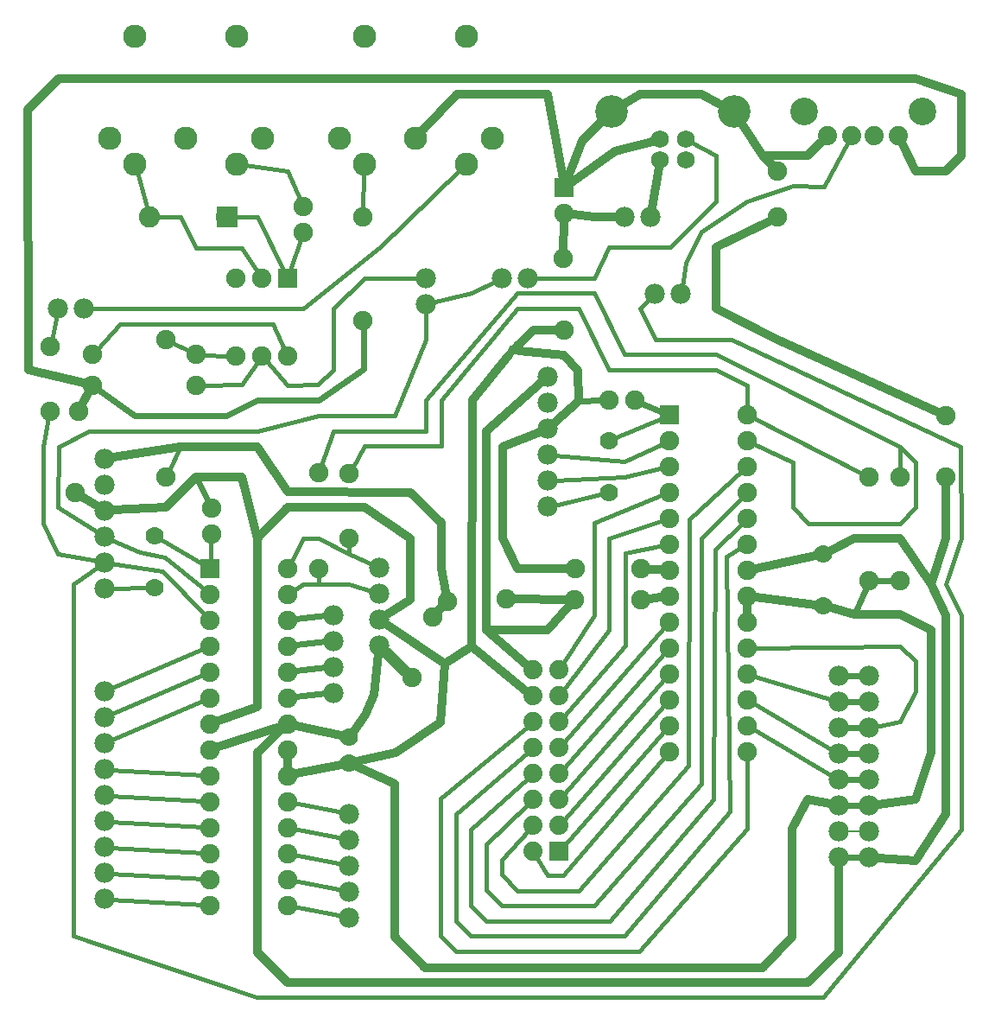
<source format=gbl>
G04 MADE WITH FRITZING*
G04 WWW.FRITZING.ORG*
G04 DOUBLE SIDED*
G04 HOLES PLATED*
G04 CONTOUR ON CENTER OF CONTOUR VECTOR*
%ASAXBY*%
%FSLAX23Y23*%
%MOIN*%
%OFA0B0*%
%SFA1.0B1.0*%
%ADD10C,0.075000*%
%ADD11C,0.078000*%
%ADD12C,0.039370*%
%ADD13C,0.068000*%
%ADD14C,0.126000*%
%ADD15C,0.074000*%
%ADD16C,0.106614*%
%ADD17C,0.082000*%
%ADD18C,0.070000*%
%ADD19C,0.090000*%
%ADD20R,0.075000X0.075000*%
%ADD21R,0.082000X0.082000*%
%ADD22R,0.074000X0.074000*%
%ADD23C,0.032000*%
%ADD24C,0.016000*%
%ADD25C,0.024000*%
%ADD26C,0.008000*%
%ADD27C,0.048000*%
%LNCOPPER0*%
G90*
G70*
G54D10*
X2255Y1764D03*
X2509Y1762D03*
X2251Y1644D03*
X2509Y1644D03*
G54D11*
X437Y1290D03*
X437Y1190D03*
X437Y1090D03*
X437Y990D03*
X437Y890D03*
X437Y790D03*
X437Y690D03*
X437Y590D03*
X437Y490D03*
X1382Y817D03*
X1382Y717D03*
X1382Y617D03*
X1382Y517D03*
X1382Y417D03*
G54D10*
X1762Y1638D03*
X1987Y1646D03*
X1264Y1762D03*
X1264Y2134D03*
X1382Y1880D03*
X1382Y2130D03*
G54D11*
X2445Y3120D03*
X2545Y3120D03*
X1323Y1585D03*
X1323Y1485D03*
X1323Y1385D03*
X1323Y1285D03*
G54D10*
X228Y2371D03*
X230Y2619D03*
X2209Y2960D03*
X2211Y2684D03*
G54D12*
X2014Y2606D03*
G54D10*
X3685Y2353D03*
X3685Y2117D03*
X3036Y3298D03*
X3036Y3120D03*
X674Y2117D03*
X674Y2648D03*
X338Y2371D03*
X324Y2057D03*
X1624Y1343D03*
X1706Y1576D03*
G54D13*
X2583Y3341D03*
X2681Y3341D03*
X2681Y3419D03*
X2583Y3419D03*
G54D14*
X2395Y3526D03*
X2869Y3526D03*
G54D15*
X3503Y3432D03*
X3410Y3432D03*
X3321Y3432D03*
X3228Y3432D03*
G54D16*
X3137Y3526D03*
X3594Y3526D03*
G54D11*
X1678Y2884D03*
X1678Y2784D03*
X260Y2766D03*
X360Y2766D03*
G54D10*
X1146Y2884D03*
X1146Y2584D03*
X1046Y2884D03*
X1046Y2584D03*
X946Y2884D03*
X946Y2584D03*
G54D17*
X910Y3120D03*
X612Y3120D03*
G54D11*
X1973Y2884D03*
X2073Y2884D03*
X2563Y2825D03*
X2663Y2825D03*
G54D18*
X1382Y1113D03*
X1382Y1012D03*
X3213Y1821D03*
X3213Y1621D03*
G54D19*
X752Y3424D03*
X458Y3424D03*
X1049Y3424D03*
X949Y3325D03*
X555Y3325D03*
X949Y3817D03*
X555Y3817D03*
X1638Y3424D03*
X1344Y3424D03*
X1935Y3424D03*
X1835Y3325D03*
X1441Y3325D03*
X1835Y3817D03*
X1441Y3817D03*
G54D10*
X1436Y3120D03*
X1436Y2720D03*
G54D11*
X437Y2187D03*
X437Y2087D03*
X437Y1987D03*
X437Y1887D03*
X437Y1787D03*
X437Y1687D03*
X2150Y2502D03*
X2150Y2402D03*
X2150Y2302D03*
X2150Y2202D03*
X2150Y2102D03*
X2150Y2002D03*
G54D18*
X631Y1691D03*
X631Y1891D03*
X2386Y2057D03*
X2386Y2257D03*
G54D11*
X3390Y649D03*
X3390Y749D03*
X3390Y849D03*
X3390Y949D03*
X3390Y1049D03*
X3390Y1149D03*
X3390Y1249D03*
X3390Y1349D03*
X3272Y649D03*
X3272Y749D03*
X3272Y849D03*
X3272Y949D03*
X3272Y1049D03*
X3272Y1149D03*
X3272Y1249D03*
X3272Y1349D03*
G54D15*
X2091Y672D03*
X2091Y772D03*
X2091Y872D03*
X2091Y972D03*
X2091Y1072D03*
X2091Y1172D03*
X2091Y1272D03*
X2091Y1372D03*
X2191Y672D03*
X2191Y772D03*
X2191Y872D03*
X2191Y972D03*
X2191Y1072D03*
X2191Y1172D03*
X2191Y1272D03*
X2191Y1372D03*
G54D11*
X1500Y1467D03*
X1500Y1567D03*
X1500Y1667D03*
X1500Y1767D03*
G54D10*
X846Y1765D03*
X1146Y1765D03*
X846Y1665D03*
X1146Y1665D03*
X846Y1565D03*
X1146Y1565D03*
X846Y1465D03*
X1146Y1465D03*
X846Y1365D03*
X1146Y1365D03*
X846Y1265D03*
X1146Y1265D03*
X846Y1165D03*
X1146Y1165D03*
X846Y1065D03*
X1146Y1065D03*
X846Y965D03*
X1146Y965D03*
X846Y865D03*
X1146Y865D03*
X846Y765D03*
X1146Y765D03*
X846Y665D03*
X1146Y665D03*
X846Y565D03*
X1146Y565D03*
X846Y465D03*
X1146Y465D03*
X2618Y2357D03*
X2918Y2357D03*
X2618Y2257D03*
X2918Y2257D03*
X2618Y2157D03*
X2918Y2157D03*
X2618Y2057D03*
X2918Y2057D03*
X2618Y1957D03*
X2918Y1957D03*
X2618Y1857D03*
X2918Y1857D03*
X2618Y1757D03*
X2918Y1757D03*
X2618Y1657D03*
X2918Y1657D03*
X2618Y1557D03*
X2918Y1557D03*
X2618Y1457D03*
X2918Y1457D03*
X2618Y1357D03*
X2918Y1357D03*
X2618Y1257D03*
X2918Y1257D03*
X2618Y1157D03*
X2918Y1157D03*
X2618Y1057D03*
X2918Y1057D03*
X3508Y2117D03*
X3508Y1717D03*
X3390Y2117D03*
X3390Y1717D03*
X851Y1998D03*
X851Y1898D03*
X2386Y2412D03*
X2486Y2412D03*
X2213Y3234D03*
X2213Y3134D03*
X792Y2471D03*
X392Y2471D03*
X792Y2589D03*
X392Y2589D03*
X1205Y3061D03*
X1205Y3161D03*
G54D20*
X1146Y2884D03*
G54D21*
X911Y3120D03*
G54D22*
X2191Y672D03*
G54D20*
X846Y1765D03*
X2618Y2357D03*
X2213Y3234D03*
G54D23*
X2327Y3121D02*
X2410Y3121D01*
D02*
X2247Y3130D02*
X2327Y3121D01*
D02*
X2551Y3156D02*
X2578Y3310D01*
G54D24*
D02*
X2447Y1466D02*
X2208Y1191D01*
D02*
X2447Y1822D02*
X2447Y1466D01*
D02*
X2595Y1853D02*
X2447Y1822D01*
D02*
X3251Y961D02*
X2938Y1146D01*
D02*
X3251Y1061D02*
X2938Y1246D01*
D02*
X3249Y1256D02*
X2940Y1351D01*
G54D23*
D02*
X2918Y1623D02*
X2918Y1592D01*
G54D24*
D02*
X2328Y1585D02*
X2205Y1393D01*
D02*
X2328Y1939D02*
X2328Y1585D01*
D02*
X2596Y2049D02*
X2328Y1939D01*
D02*
X2386Y1526D02*
X2386Y1880D01*
D02*
X2386Y1880D02*
X2596Y1950D01*
D02*
X2207Y1292D02*
X2386Y1526D01*
D02*
X2603Y1140D02*
X2208Y691D01*
D02*
X2208Y791D02*
X2603Y1240D01*
D02*
X2208Y891D02*
X2603Y1340D01*
D02*
X2603Y1440D02*
X2208Y991D01*
D02*
X2208Y1091D02*
X2603Y1540D01*
D02*
X2150Y581D02*
X2209Y581D01*
D02*
X2209Y581D02*
X2603Y1040D01*
D02*
X2105Y650D02*
X2150Y581D01*
D02*
X1736Y876D02*
X1736Y346D01*
D02*
X1795Y288D02*
X2503Y286D01*
D02*
X1736Y346D02*
X1795Y288D01*
D02*
X2071Y1155D02*
X1736Y876D01*
D02*
X2919Y759D02*
X2918Y1034D01*
D02*
X2503Y286D02*
X2919Y759D01*
D02*
X1853Y346D02*
X2446Y346D01*
D02*
X1795Y405D02*
X1853Y346D01*
D02*
X2853Y828D02*
X2838Y1811D01*
D02*
X2446Y346D02*
X2853Y828D01*
D02*
X1795Y817D02*
X1795Y405D01*
D02*
X2838Y1811D02*
X2898Y1846D01*
D02*
X2072Y1055D02*
X1795Y817D01*
D02*
X2794Y1838D02*
X2901Y1941D01*
D02*
X2790Y874D02*
X2794Y1838D01*
D02*
X2387Y405D02*
X2790Y874D01*
D02*
X1912Y405D02*
X2387Y405D01*
D02*
X1853Y758D02*
X1853Y464D01*
D02*
X1853Y464D02*
X1912Y405D01*
D02*
X2072Y955D02*
X1853Y758D01*
D02*
X1971Y464D02*
X2328Y462D01*
D02*
X2328Y462D02*
X2741Y934D01*
D02*
X1912Y523D02*
X1971Y464D01*
D02*
X1912Y699D02*
X1912Y523D01*
D02*
X2741Y934D02*
X2741Y1880D01*
D02*
X2741Y1880D02*
X2902Y2041D01*
D02*
X2073Y854D02*
X1912Y699D01*
D02*
X1973Y582D02*
X2031Y521D01*
D02*
X2691Y1002D02*
X2696Y1953D01*
D02*
X2031Y521D02*
X2268Y521D01*
D02*
X1971Y641D02*
X1973Y582D01*
D02*
X2268Y521D02*
X2691Y1002D01*
D02*
X2696Y1953D02*
X2901Y2142D01*
D02*
X2074Y753D02*
X1971Y641D01*
D02*
X2444Y2177D02*
X2175Y2200D01*
D02*
X2597Y2248D02*
X2444Y2177D01*
D02*
X2444Y2117D02*
X2175Y2104D01*
D02*
X2595Y2152D02*
X2444Y2117D01*
D02*
X2405Y2266D02*
X2597Y2348D01*
D02*
X2366Y2053D02*
X2174Y2008D01*
G54D25*
D02*
X3302Y649D02*
X3360Y649D01*
D02*
X3302Y849D02*
X3360Y849D01*
D02*
X3360Y949D02*
X3302Y949D01*
D02*
X3360Y1049D02*
X3302Y1049D01*
D02*
X3302Y1149D02*
X3360Y1149D01*
D02*
X3360Y1249D02*
X3302Y1249D01*
D02*
X3302Y1349D02*
X3360Y1349D01*
G54D24*
D02*
X3510Y1465D02*
X3567Y1408D01*
D02*
X3567Y1408D02*
X3567Y1290D01*
D02*
X3567Y1290D02*
X3510Y1172D01*
D02*
X3510Y1172D02*
X3414Y1153D01*
D02*
X2941Y1458D02*
X3510Y1465D01*
G54D23*
D02*
X2951Y1765D02*
X3182Y1815D01*
D02*
X2952Y1653D02*
X3182Y1625D01*
D02*
X3332Y1880D02*
X3241Y1835D01*
D02*
X3509Y1880D02*
X3332Y1880D01*
D02*
X3686Y1585D02*
X3627Y1703D01*
D02*
X3685Y818D02*
X3686Y1585D01*
D02*
X3567Y638D02*
X3685Y818D01*
D02*
X3627Y1703D02*
X3509Y1880D01*
D02*
X3426Y647D02*
X3567Y638D01*
D02*
X3509Y1586D02*
X3332Y1586D01*
D02*
X3332Y1586D02*
X3243Y1612D01*
D02*
X3628Y1526D02*
X3509Y1586D01*
D02*
X3567Y874D02*
X3628Y1054D01*
D02*
X3628Y1054D02*
X3628Y1526D01*
D02*
X3426Y854D02*
X3567Y874D01*
G54D26*
D02*
X3297Y749D02*
X3366Y749D01*
G54D23*
D02*
X2543Y1761D02*
X2584Y1759D01*
D02*
X2543Y1648D02*
X2584Y1653D01*
D02*
X1974Y2234D02*
X1974Y1880D01*
D02*
X1974Y1880D02*
X2032Y1762D01*
D02*
X2032Y1762D02*
X2221Y1764D01*
D02*
X2117Y2290D02*
X1974Y2234D01*
D02*
X1913Y2292D02*
X1912Y1526D01*
D02*
X1912Y1526D02*
X2149Y1527D01*
D02*
X2149Y1527D02*
X2229Y1618D01*
D02*
X2123Y2479D02*
X1913Y2292D01*
D02*
X1912Y1526D02*
X2063Y1396D01*
D02*
X2211Y2588D02*
X2038Y2604D01*
D02*
X2267Y2411D02*
X2266Y2528D01*
D02*
X2266Y2528D02*
X2211Y2588D01*
D02*
X1998Y2587D02*
X1857Y2413D01*
D02*
X1857Y2413D02*
X1855Y1465D01*
D02*
X1855Y1465D02*
X2063Y1295D01*
D02*
X2176Y2327D02*
X2267Y2411D01*
G54D24*
D02*
X462Y488D02*
X823Y467D01*
D02*
X462Y588D02*
X823Y567D01*
D02*
X462Y688D02*
X823Y667D01*
D02*
X462Y788D02*
X823Y767D01*
D02*
X462Y888D02*
X823Y867D01*
D02*
X462Y988D02*
X823Y967D01*
D02*
X460Y1099D02*
X825Y1256D01*
D02*
X460Y1199D02*
X825Y1356D01*
D02*
X460Y1299D02*
X825Y1456D01*
D02*
X1205Y1880D02*
X1157Y1786D01*
D02*
X1264Y1880D02*
X1205Y1880D01*
D02*
X1382Y1821D02*
X1264Y1880D01*
D02*
X1478Y1777D02*
X1382Y1821D01*
D02*
X1382Y1703D02*
X1264Y1703D01*
D02*
X1264Y1703D02*
X1205Y1703D01*
D02*
X1205Y1703D02*
X1166Y1678D01*
D02*
X1477Y1674D02*
X1382Y1703D01*
G54D23*
D02*
X1351Y1120D02*
X1179Y1158D01*
D02*
X1351Y1006D02*
X1180Y972D01*
D02*
X1146Y1000D02*
X1146Y1031D01*
D02*
X1736Y1171D02*
X1753Y1397D01*
D02*
X1753Y1397D02*
X1530Y1547D01*
D02*
X1561Y1052D02*
X1736Y1171D01*
D02*
X1413Y1019D02*
X1561Y1052D01*
D02*
X1477Y1278D02*
X1496Y1432D01*
D02*
X1446Y1199D02*
X1477Y1278D01*
D02*
X1401Y1138D02*
X1446Y1199D01*
G54D24*
D02*
X649Y1880D02*
X826Y1777D01*
D02*
X611Y1690D02*
X462Y1688D01*
D02*
X574Y1826D02*
X460Y1877D01*
D02*
X673Y1806D02*
X574Y1826D01*
D02*
X828Y1680D02*
X673Y1806D01*
D02*
X661Y1755D02*
X462Y1784D01*
D02*
X830Y1582D02*
X661Y1755D01*
G54D23*
D02*
X1114Y1155D02*
X879Y1076D01*
D02*
X1027Y1053D02*
X1027Y285D01*
D02*
X1027Y285D02*
X1146Y166D01*
D02*
X1146Y166D02*
X3152Y166D01*
D02*
X3152Y166D02*
X3271Y285D01*
D02*
X3271Y285D02*
X3272Y613D01*
D02*
X1121Y1142D02*
X1027Y1053D01*
D02*
X3152Y874D02*
X3237Y856D01*
D02*
X3092Y761D02*
X3152Y874D01*
D02*
X3092Y344D02*
X3092Y761D01*
D02*
X2979Y225D02*
X3092Y344D01*
D02*
X1676Y225D02*
X2979Y225D01*
D02*
X1557Y344D02*
X1676Y225D01*
D02*
X1557Y934D02*
X1557Y344D01*
D02*
X1411Y999D02*
X1557Y934D01*
D02*
X1443Y2000D02*
X1146Y2000D01*
D02*
X1619Y1643D02*
X1619Y1881D01*
D02*
X1619Y1881D02*
X1443Y2000D01*
D02*
X1146Y2000D02*
X1027Y1880D01*
D02*
X1027Y1880D02*
X1027Y1231D01*
D02*
X1027Y1231D02*
X878Y1177D01*
D02*
X1530Y1586D02*
X1619Y1643D01*
D02*
X674Y1999D02*
X473Y1989D01*
D02*
X970Y2117D02*
X793Y2117D01*
D02*
X793Y2117D02*
X674Y1999D01*
D02*
X1027Y1880D02*
X970Y2117D01*
G54D24*
D02*
X1358Y422D02*
X1169Y461D01*
D02*
X1358Y522D02*
X1169Y561D01*
D02*
X1358Y622D02*
X1169Y661D01*
D02*
X1358Y722D02*
X1169Y761D01*
D02*
X1358Y822D02*
X1169Y861D01*
G54D23*
D02*
X1855Y1465D02*
X1753Y1397D01*
D02*
X2217Y1644D02*
X2021Y1646D01*
D02*
X732Y2235D02*
X1027Y2235D01*
D02*
X1146Y2059D02*
X1619Y2058D01*
D02*
X1027Y2235D02*
X1146Y2059D01*
D02*
X1619Y2058D02*
X1738Y1939D01*
D02*
X1738Y1939D02*
X1738Y1762D01*
D02*
X1738Y1762D02*
X1755Y1672D01*
D02*
X473Y2193D02*
X732Y2235D01*
G54D24*
D02*
X1382Y1857D02*
X1382Y1821D01*
D02*
X1264Y1703D02*
X1264Y1739D01*
D02*
X2918Y2381D02*
X2917Y2470D01*
D02*
X2032Y2767D02*
X1737Y2413D01*
D02*
X2268Y2767D02*
X2032Y2767D01*
D02*
X2386Y2530D02*
X2268Y2767D01*
D02*
X2800Y2530D02*
X2386Y2530D01*
D02*
X2917Y2470D02*
X2800Y2530D01*
D02*
X1443Y2236D02*
X1394Y2150D01*
D02*
X1737Y2236D02*
X1443Y2236D01*
D02*
X1737Y2413D02*
X1737Y2236D01*
D02*
X3154Y1938D02*
X3509Y1938D01*
D02*
X3096Y2174D02*
X3096Y1999D01*
D02*
X3096Y1999D02*
X3154Y1938D01*
D02*
X2939Y2248D02*
X3096Y2174D01*
D02*
X3568Y2000D02*
X3568Y2175D01*
D02*
X3568Y2175D02*
X3509Y2235D01*
D02*
X2446Y2590D02*
X2328Y2827D01*
D02*
X2800Y2590D02*
X2446Y2590D01*
D02*
X3509Y2235D02*
X2800Y2590D01*
D02*
X3509Y1938D02*
X3568Y2000D01*
D02*
X2328Y2827D02*
X2032Y2827D01*
D02*
X1322Y2292D02*
X1272Y2155D01*
D02*
X1677Y2292D02*
X1322Y2292D01*
D02*
X1677Y2413D02*
X1677Y2292D01*
D02*
X2032Y2827D02*
X1677Y2413D01*
G54D25*
D02*
X1175Y1269D02*
X1293Y1282D01*
D02*
X1175Y1369D02*
X1293Y1382D01*
D02*
X1175Y1469D02*
X1293Y1482D01*
D02*
X1175Y1569D02*
X1293Y1582D01*
G54D24*
D02*
X847Y1788D02*
X850Y1875D01*
G54D25*
D02*
X793Y2117D02*
X838Y2024D01*
D02*
X2591Y2368D02*
X2513Y2401D01*
D02*
X2267Y2411D02*
X2358Y2412D01*
D02*
X3419Y1717D02*
X3480Y1717D01*
D02*
X3332Y1586D02*
X3379Y1690D01*
G54D24*
D02*
X3509Y2235D02*
X3509Y2140D01*
D02*
X3370Y2127D02*
X2938Y2347D01*
D02*
X1440Y3291D02*
X1436Y3144D01*
D02*
X564Y3293D02*
X605Y3146D01*
D02*
X733Y3120D02*
X638Y3120D01*
D02*
X967Y3001D02*
X793Y3001D01*
D02*
X793Y3001D02*
X733Y3120D01*
D02*
X1033Y2903D02*
X967Y3001D01*
D02*
X970Y2473D02*
X1033Y2565D01*
D02*
X815Y2471D02*
X970Y2473D01*
D02*
X923Y2585D02*
X815Y2588D01*
G54D23*
D02*
X2150Y3592D02*
X1797Y3592D01*
D02*
X1797Y3592D02*
X1668Y3456D01*
D02*
X2207Y3268D02*
X2150Y3592D01*
D02*
X2283Y3413D02*
X2226Y3266D01*
D02*
X2353Y3483D02*
X2283Y3413D01*
D02*
X2741Y3592D02*
X2504Y3592D01*
D02*
X2504Y3592D02*
X2446Y3557D01*
D02*
X2816Y3553D02*
X2741Y3592D01*
D02*
X3153Y3358D02*
X2977Y3356D01*
D02*
X2977Y3356D02*
X2901Y3475D01*
D02*
X3203Y3407D02*
X3153Y3358D01*
D02*
X2407Y3375D02*
X2241Y3254D01*
D02*
X2553Y3411D02*
X2407Y3375D01*
G54D24*
D02*
X1501Y3004D02*
X1205Y2766D01*
D02*
X1205Y2766D02*
X385Y2766D01*
D02*
X1811Y3302D02*
X1501Y3004D01*
D02*
X1501Y2883D02*
X1653Y2884D01*
D02*
X1443Y2883D02*
X1501Y2883D01*
D02*
X1322Y2531D02*
X1322Y2766D01*
D02*
X1322Y2766D02*
X1443Y2883D01*
D02*
X1146Y2471D02*
X1263Y2473D01*
D02*
X1263Y2473D02*
X1322Y2531D01*
D02*
X1061Y2567D02*
X1146Y2471D01*
D02*
X1087Y2707D02*
X497Y2707D01*
D02*
X497Y2707D02*
X407Y2606D01*
D02*
X1136Y2605D02*
X1087Y2707D01*
D02*
X201Y2235D02*
X223Y2348D01*
D02*
X259Y1820D02*
X201Y1938D01*
D02*
X201Y1938D02*
X201Y2235D01*
D02*
X413Y1792D02*
X259Y1820D01*
D02*
X1028Y2295D02*
X1265Y2352D01*
D02*
X1265Y2352D02*
X1560Y2352D01*
D02*
X380Y2295D02*
X1028Y2295D01*
D02*
X1560Y2352D02*
X1677Y2648D01*
D02*
X262Y2234D02*
X380Y2295D01*
D02*
X259Y2000D02*
X262Y2234D01*
D02*
X1677Y2648D02*
X1678Y2760D01*
D02*
X417Y1901D02*
X259Y2000D01*
G54D25*
D02*
X910Y2352D02*
X555Y2352D01*
D02*
X1440Y2532D02*
X1265Y2413D01*
D02*
X1265Y2413D02*
X1028Y2413D01*
D02*
X1028Y2413D02*
X910Y2352D01*
D02*
X555Y2352D02*
X415Y2454D01*
D02*
X1437Y2692D02*
X1440Y2532D01*
G54D24*
D02*
X1146Y3298D02*
X1196Y3183D01*
D02*
X982Y3321D02*
X1146Y3298D01*
D02*
X1153Y2906D02*
X1198Y3040D01*
D02*
X1027Y3120D02*
X936Y3120D01*
D02*
X1136Y2905D02*
X1027Y3120D01*
D02*
X1856Y2827D02*
X1951Y2873D01*
D02*
X1702Y2790D02*
X1856Y2827D01*
D02*
X2385Y3004D02*
X2328Y2883D01*
D02*
X2328Y2883D02*
X2097Y2884D01*
D02*
X2623Y3004D02*
X2385Y3004D01*
D02*
X2798Y3181D02*
X2623Y3004D01*
D02*
X2798Y3358D02*
X2798Y3181D01*
D02*
X2698Y3410D02*
X2798Y3358D01*
D02*
X3094Y3239D02*
X2917Y3181D01*
D02*
X2742Y3062D02*
X2683Y2943D01*
D02*
X2917Y3181D02*
X2742Y3062D01*
D02*
X3214Y3238D02*
X3094Y3239D01*
D02*
X2683Y2943D02*
X2667Y2849D01*
D02*
X3310Y3411D02*
X3214Y3238D01*
D02*
X320Y1705D02*
X319Y347D01*
D02*
X319Y347D02*
X1025Y111D01*
D02*
X417Y1773D02*
X320Y1705D01*
D02*
X1025Y111D02*
X3212Y109D01*
D02*
X3686Y1703D02*
X3745Y1881D01*
D02*
X3745Y1585D02*
X3686Y1703D01*
D02*
X3745Y1881D02*
X3743Y2234D01*
D02*
X3744Y758D02*
X3745Y1585D01*
D02*
X3212Y109D02*
X3744Y758D01*
D02*
X2504Y2767D02*
X2546Y2808D01*
D02*
X2857Y2648D02*
X2564Y2647D01*
D02*
X2564Y2647D02*
X2504Y2767D01*
D02*
X3743Y2234D02*
X2857Y2648D01*
D02*
X255Y2742D02*
X235Y2642D01*
G54D23*
D02*
X3685Y3298D02*
X3567Y3298D01*
D02*
X3745Y3592D02*
X3745Y3357D01*
D02*
X142Y3533D02*
X261Y3652D01*
D02*
X144Y2531D02*
X142Y3533D01*
D02*
X261Y3652D02*
X3567Y3652D01*
D02*
X3567Y3652D02*
X3745Y3592D01*
D02*
X3745Y3357D02*
X3685Y3298D01*
D02*
X3567Y3298D02*
X3518Y3401D01*
D02*
X359Y2479D02*
X144Y2531D01*
D02*
X2096Y2682D02*
X2177Y2684D01*
D02*
X2031Y2623D02*
X2096Y2682D01*
D02*
X2212Y3100D02*
X2210Y2995D01*
D02*
X3686Y1880D02*
X3627Y1703D01*
D02*
X3686Y2082D02*
X3686Y1880D01*
D02*
X2800Y3002D02*
X3005Y3105D01*
D02*
X2800Y2767D02*
X2800Y3002D01*
D02*
X3035Y2648D02*
X2800Y2767D01*
D02*
X3654Y2367D02*
X3035Y2648D01*
D02*
X2977Y3356D02*
X3012Y3322D01*
G54D24*
D02*
X694Y2638D02*
X771Y2599D01*
D02*
X732Y2235D02*
X684Y2137D01*
G54D23*
D02*
X376Y2441D02*
X354Y2402D01*
D02*
X353Y2040D02*
X407Y2006D01*
G54D27*
D02*
X1530Y1438D02*
X1596Y1371D01*
G54D23*
D02*
X1739Y1613D02*
X1729Y1602D01*
G04 End of Copper0*
M02*
</source>
